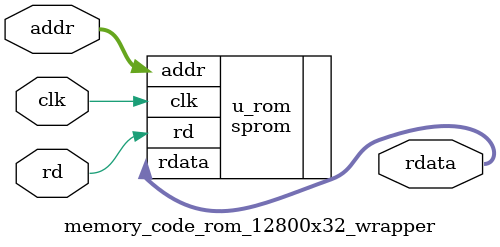
<source format=v>


// full dual port memory for AE config buffer
module ae_config_buffer_256x32_wrapper
(
input clk_a,
input [7:0] addr_a,
input en_a,
input wr_a,
input [31:0] wdata_a,
output [31:0] rdata_a,

input clk_b,
input [7:0] addr_b,
input en_b,
input wr_b,
input [31:0] wdata_b,
output [31:0] rdata_b
);

dpram_full #(.RAM_SIZE(256), .ADDR_WIDTH(8), .DATA_WIDTH(32))	u_ram
(
   	.clk_a      (clk_a               ),
   	.addr_a     (addr_a              ),
   	.rd_a       (en_a && ~wr_a       ),
   	.wr_a       (wr_a                ),
   	.wdata_a    (wdata_a             ),
   	.rdata_a    (rdata_a             ),
   	.clk_b      (clk_b               ),
   	.addr_b     (addr_b              ),
   	.rd_b       (en_b && ~wr_b       ),
   	.wr_b       (wr_b                ),
   	.wdata_b    (wdata_b             ),
   	.rdata_b    (rdata_b             )
);

endmodule

// single port SRAM for AE coherent buffer
module ae_coh_buffer_682x192_wrapper
(
	input clk,
	input en,
	input we,
	input [9:0] addr,
	input [191:0] wdata,
	output [191:0] rdata
);

spram #(.RAM_SIZE(682), .ADDR_WIDTH(10), .DATA_WIDTH(192)) u_ram
(
	.clk   (clk    ),
	.en    (en     ),
	.we    (we     ),
	.addr  (addr   ),
	.wdata (wdata  ),
	.rdata (rdata  )
);

endmodule

// single port SRAM for AE non-coherent buffer
module ae_noncoh_buffer_682x64_wrapper
(
	input clk,
	input en,
	input we,
	input [9:0] addr,
	input [63:0] wdata,
	output [63:0] rdata
);

spram #(.RAM_SIZE(682), .ADDR_WIDTH(10), .DATA_WIDTH(64)) u_ram
(
	.clk   (clk    ),
	.en    (en     ),
	.we    (we     ),
	.addr  (addr   ),
	.wdata (wdata  ),
	.rdata (rdata  )
);

endmodule

// single port SRAM for AE sample data buffer
module ae_sample_buffer_32768x32_wrapper
(
	input clk,
	input en,
	input we,
	input [14:0] addr,
	input [31:0] wdata,
	output [31:0] rdata
);

spram #(.RAM_SIZE(32768), .ADDR_WIDTH(15), .DATA_WIDTH(32)) u_ram
(
	.clk   (clk    ),
	.en    (en     ),
	.we    (we     ),
	.addr  (addr   ),
	.wdata (wdata  ),
	.rdata (rdata  )
);

endmodule

// single port SRAM for TE FIFO
module te_fifo_ram_2560x32_wrapper
(
	input clk,
	input en,
	input we,
	input [11:0] addr,
	input [31:0] wdata,
	output [31:0] rdata
);

spram #(.RAM_SIZE(2560), .ADDR_WIDTH(12), .DATA_WIDTH(32)) u_ram
(
	.clk   (clk    ),
	.en    (en     ),
	.we    (we     ),
	.addr  (addr   ),
	.wdata (wdata  ),
	.rdata (rdata  )
);

endmodule

// single port SRAM for TE state buffer
module te_state_buffer_1024x32_wrapper
(
	input clk,
	input en,
	input we,
	input [9:0] addr,
	input [31:0] wdata,
	output [31:0] rdata
);

spram #(.RAM_SIZE(1024), .ADDR_WIDTH(10), .DATA_WIDTH(32)) u_ram
(
	.clk   (clk    ),
	.en    (en     ),
	.we    (we     ),
	.addr  (addr   ),
	.wdata (wdata  ),
	.rdata (rdata  )
);

endmodule

// single port SRAM for TE FIFO for L5
module te_fifo_ram_6144x32_wrapper
(
	input clk,
	input en,
	input we,
	input [12:0] addr,
	input [31:0] wdata,
	output [31:0] rdata
);

spram #(.RAM_SIZE(6144), .ADDR_WIDTH(13), .DATA_WIDTH(32)) u_ram
(
	.clk   (clk    ),
	.en    (en     ),
	.we    (we     ),
	.addr  (addr   ),
	.wdata (wdata  ),
	.rdata (rdata  )
);

endmodule

// single port ROM for B1C Legendre code
module b1c_legendre_rom_640x16_wrapper
(
	input clk,
	input rd,
	input [9:0] addr,
	output [15:0] rdata
);

sprom #(.ROM_SIZE(640), .ADDR_WIDTH(10), .DATA_WIDTH(16)) u_rom
(
	.clk   (clk    ),
	.rd    (rd     ),
	.addr  (addr   ),
	.rdata (rdata  )
);

endmodule

// single port ROM for L1C Legendre code
module l1c_legendre_rom_640x16_wrapper
(
	input clk,
	input rd,
	input [9:0] addr,
	output [15:0] rdata
);

sprom #(.ROM_SIZE(640), .ADDR_WIDTH(10), .DATA_WIDTH(16)) u_rom
(
	.clk   (clk    ),
	.rd    (rd     ),
	.addr  (addr   ),
	.rdata (rdata  )
);

endmodule

// single port ROM for Galileo memory code
module memory_code_rom_12800x32_wrapper
(
	input clk,
	input rd,
	input [13:0] addr,
	output [31:0] rdata
);

sprom #(.ROM_SIZE(12800), .ADDR_WIDTH(14), .DATA_WIDTH(32)) u_rom
(
	.clk   (clk    ),
	.rd    (rd     ),
	.addr  (addr   ),
	.rdata (rdata  )
);

endmodule

</source>
